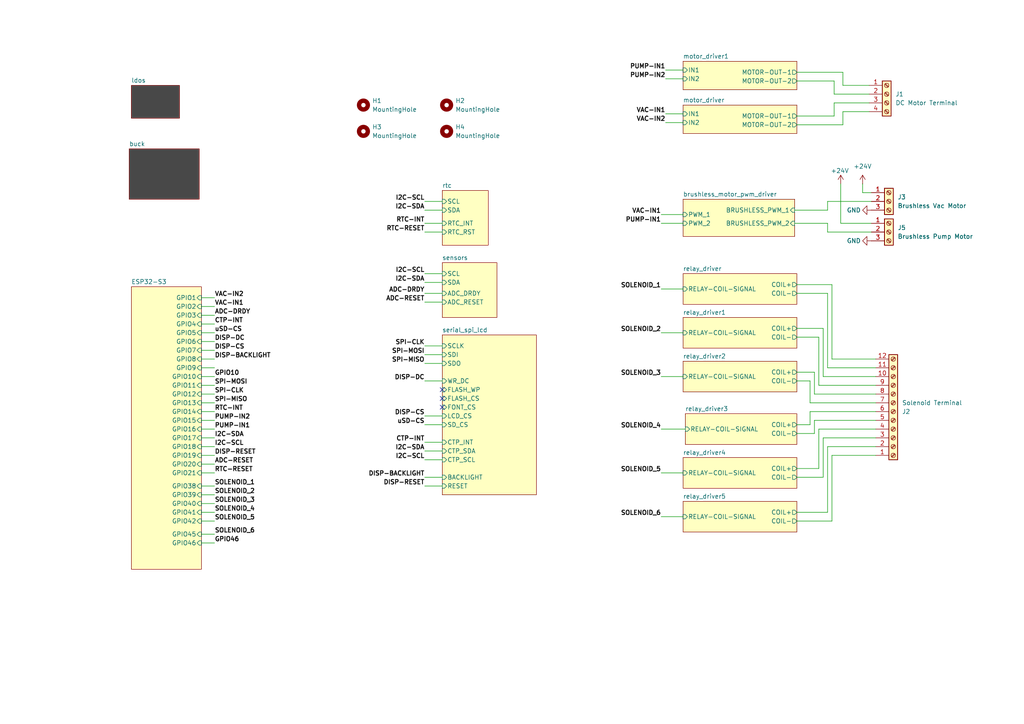
<source format=kicad_sch>
(kicad_sch (version 20250114) (generator "eeschema") (generator_version "9.0")
  (paper "A4")
  (lib_symbols
    (symbol "Connector:Screw_Terminal_01x03" (pin_names (offset 1.016) (hide yes))
      (property "Reference" "J" (at 0 5.08 0))
      (property "Value" "Screw_Terminal_01x03" (at 0 -5.08 0))
      (symbol "Screw_Terminal_01x03_1_1"
        (rectangle (start -1.27 3.81) (end 1.27 -3.81) (stroke (width 0.254)) (fill (type background)))
        (polyline (pts (xy -0.5334 2.8702) (xy 0.3302 2.032)) (stroke (width 0.1524)))
        (polyline (pts (xy -0.5334 0.3302) (xy 0.3302 -0.508)) (stroke (width 0.1524)))
        (polyline (pts (xy -0.5334 -2.2098) (xy 0.3302 -3.048)) (stroke (width 0.1524)))
        (polyline (pts (xy -0.3556 3.048) (xy 0.508 2.2098)) (stroke (width 0.1524)))
        (polyline (pts (xy -0.3556 0.508) (xy 0.508 -0.3302)) (stroke (width 0.1524)))
        (polyline (pts (xy -0.3556 -2.032) (xy 0.508 -2.8702)) (stroke (width 0.1524)))
        (circle (center 0 2.54) (radius 0.635) (stroke (width 0.1524)))
        (circle (center 0 0) (radius 0.635) (stroke (width 0.1524)))
        (circle (center 0 -2.54) (radius 0.635) (stroke (width 0.1524)))
        (pin passive line (at -5.08 2.54 0) (length 3.81) (name "Pin_1") (number "1"))
        (pin passive line (at -5.08 0 0) (length 3.81) (name "Pin_2") (number "2"))
        (pin passive line (at -5.08 -2.54 0) (length 3.81) (name "Pin_3") (number "3"))
      )
    )
    (symbol "Connector:Screw_Terminal_01x04" (pin_names (offset 1.016) (hide yes))
      (property "Reference" "J" (at 0 5.08 0))
      (property "Value" "Screw_Terminal_01x04" (at 0 -7.62 0))
      (symbol "Screw_Terminal_01x04_1_1"
        (rectangle (start -1.27 3.81) (end 1.27 -6.35) (stroke (width 0.254)) (fill (type background)))
        (polyline (pts (xy -0.5334 2.8702) (xy 0.3302 2.032)) (stroke (width 0.1524)))
        (polyline (pts (xy -0.5334 0.3302) (xy 0.3302 -0.508)) (stroke (width 0.1524)))
        (polyline (pts (xy -0.5334 -2.2098) (xy 0.3302 -3.048)) (stroke (width 0.1524)))
        (polyline (pts (xy -0.5334 -4.7498) (xy 0.3302 -5.588)) (stroke (width 0.1524)))
        (polyline (pts (xy -0.3556 3.048) (xy 0.508 2.2098)) (stroke (width 0.1524)))
        (polyline (pts (xy -0.3556 0.508) (xy 0.508 -0.3302)) (stroke (width 0.1524)))
        (polyline (pts (xy -0.3556 -2.032) (xy 0.508 -2.8702)) (stroke (width 0.1524)))
        (polyline (pts (xy -0.3556 -4.572) (xy 0.508 -5.4102)) (stroke (width 0.1524)))
        (circle (center 0 2.54) (radius 0.635) (stroke (width 0.1524)))
        (circle (center 0 0) (radius 0.635) (stroke (width 0.1524)))
        (circle (center 0 -2.54) (radius 0.635) (stroke (width 0.1524)))
        (circle (center 0 -5.08) (radius 0.635) (stroke (width 0.1524)))
        (pin passive line (at -5.08 2.54 0) (length 3.81) (name "Pin_1") (number "1"))
        (pin passive line (at -5.08 0 0) (length 3.81) (name "Pin_2") (number "2"))
        (pin passive line (at -5.08 -2.54 0) (length 3.81) (name "Pin_3") (number "3"))
        (pin passive line (at -5.08 -5.08 0) (length 3.81) (name "Pin_4") (number "4"))
      )
    )
    (symbol "Connector:Screw_Terminal_01x12" (pin_names (offset 1.016) (hide yes))
      (property "Reference" "J" (at 0 15.24 0))
      (property "Value" "Screw_Terminal_01x12" (at 0 -17.78 0))
      (symbol "Screw_Terminal_01x12_1_1"
        (rectangle (start -1.27 13.97) (end 1.27 -16.51) (stroke (width 0.254)) (fill (type background)))
        (polyline (pts (xy -0.5334 13.0302) (xy 0.3302 12.192)) (stroke (width 0.1524)))
        (polyline (pts (xy -0.5334 10.4902) (xy 0.3302 9.652)) (stroke (width 0.1524)))
        (polyline (pts (xy -0.5334 7.9502) (xy 0.3302 7.112)) (stroke (width 0.1524)))
        (polyline (pts (xy -0.5334 5.4102) (xy 0.3302 4.572)) (stroke (width 0.1524)))
        (polyline (pts (xy -0.5334 2.8702) (xy 0.3302 2.032)) (stroke (width 0.1524)))
        (polyline (pts (xy -0.5334 0.3302) (xy 0.3302 -0.508)) (stroke (width 0.1524)))
        (polyline (pts (xy -0.5334 -2.2098) (xy 0.3302 -3.048)) (stroke (width 0.1524)))
        (polyline (pts (xy -0.5334 -4.7498) (xy 0.3302 -5.588)) (stroke (width 0.1524)))
        (polyline (pts (xy -0.5334 -7.2898) (xy 0.3302 -8.128)) (stroke (width 0.1524)))
        (polyline (pts (xy -0.5334 -9.8298) (xy 0.3302 -10.668)) (stroke (width 0.1524)))
        (polyline (pts (xy -0.5334 -12.3698) (xy 0.3302 -13.208)) (stroke (width 0.1524)))
        (polyline (pts (xy -0.5334 -14.9098) (xy 0.3302 -15.748)) (stroke (width 0.1524)))
        (polyline (pts (xy -0.3556 13.208) (xy 0.508 12.3698)) (stroke (width 0.1524)))
        (polyline (pts (xy -0.3556 10.668) (xy 0.508 9.8298)) (stroke (width 0.1524)))
        (polyline (pts (xy -0.3556 8.128) (xy 0.508 7.2898)) (stroke (width 0.1524)))
        (polyline (pts (xy -0.3556 5.588) (xy 0.508 4.7498)) (stroke (width 0.1524)))
        (polyline (pts (xy -0.3556 3.048) (xy 0.508 2.2098)) (stroke (width 0.1524)))
        (polyline (pts (xy -0.3556 0.508) (xy 0.508 -0.3302)) (stroke (width 0.1524)))
        (polyline (pts (xy -0.3556 -2.032) (xy 0.508 -2.8702)) (stroke (width 0.1524)))
        (polyline (pts (xy -0.3556 -4.572) (xy 0.508 -5.4102)) (stroke (width 0.1524)))
        (polyline (pts (xy -0.3556 -7.112) (xy 0.508 -7.9502)) (stroke (width 0.1524)))
        (polyline (pts (xy -0.3556 -9.652) (xy 0.508 -10.4902)) (stroke (width 0.1524)))
        (polyline (pts (xy -0.3556 -12.192) (xy 0.508 -13.0302)) (stroke (width 0.1524)))
        (polyline (pts (xy -0.3556 -14.732) (xy 0.508 -15.5702)) (stroke (width 0.1524)))
        (circle (center 0 12.7) (radius 0.635) (stroke (width 0.1524)))
        (circle (center 0 10.16) (radius 0.635) (stroke (width 0.1524)))
        (circle (center 0 7.62) (radius 0.635) (stroke (width 0.1524)))
        (circle (center 0 5.08) (radius 0.635) (stroke (width 0.1524)))
        (circle (center 0 2.54) (radius 0.635) (stroke (width 0.1524)))
        (circle (center 0 0) (radius 0.635) (stroke (width 0.1524)))
        (circle (center 0 -2.54) (radius 0.635) (stroke (width 0.1524)))
        (circle (center 0 -5.08) (radius 0.635) (stroke (width 0.1524)))
        (circle (center 0 -7.62) (radius 0.635) (stroke (width 0.1524)))
        (circle (center 0 -10.16) (radius 0.635) (stroke (width 0.1524)))
        (circle (center 0 -12.7) (radius 0.635) (stroke (width 0.1524)))
        (circle (center 0 -15.24) (radius 0.635) (stroke (width 0.1524)))
        (pin passive line (at -5.08 12.7 0) (length 3.81) (name "Pin_1") (number "1"))
        (pin passive line (at -5.08 10.16 0) (length 3.81) (name "Pin_2") (number "2"))
        (pin passive line (at -5.08 7.62 0) (length 3.81) (name "Pin_3") (number "3"))
        (pin passive line (at -5.08 5.08 0) (length 3.81) (name "Pin_4") (number "4"))
        (pin passive line (at -5.08 2.54 0) (length 3.81) (name "Pin_5") (number "5"))
        (pin passive line (at -5.08 0 0) (length 3.81) (name "Pin_6") (number "6"))
        (pin passive line (at -5.08 -2.54 0) (length 3.81) (name "Pin_7") (number "7"))
        (pin passive line (at -5.08 -5.08 0) (length 3.81) (name "Pin_8") (number "8"))
        (pin passive line (at -5.08 -7.62 0) (length 3.81) (name "Pin_9") (number "9"))
        (pin passive line (at -5.08 -10.16 0) (length 3.81) (name "Pin_10") (number "10"))
        (pin passive line (at -5.08 -12.7 0) (length 3.81) (name "Pin_11") (number "11"))
        (pin passive line (at -5.08 -15.24 0) (length 3.81) (name "Pin_12") (number "12"))
      )
    )
    (symbol "Mechanical:MountingHole" (pin_names (offset 1.016)) (exclude_from_sim yes) (in_bom no)
      (property "Reference" "H" (at 0 5.08 0))
      (property "Value" "MountingHole" (at 0 3.175 0))
      (symbol "MountingHole_0_1"
        (circle (center 0 0) (radius 1.27) (stroke (width 1.27)))
      )
    )
    (symbol "power:+24V" (power) (pin_numbers (hide yes)) (pin_names (offset 0) (hide yes))
      (property "Value" "+24V" (at 0 3.556 0))
      (symbol "+24V_0_1"
        (polyline (pts (xy -0.762 1.27) (xy 0 2.54)))
        (polyline (pts (xy 0 2.54) (xy 0.762 1.27)))
        (polyline (pts (xy 0 0) (xy 0 2.54)))
      )
      (symbol "+24V_1_1"
        (pin power_in line (at 0 0 90) (length 0) (name "~") (number "1"))
      )
    )
    (symbol "power:GND" (power) (pin_numbers (hide yes)) (pin_names (offset 0) (hide yes))
      (property "Value" "GND" (at 0 -3.81 0))
      (symbol "GND_0_1"
        (polyline (pts (xy 0 0) (xy 0 -1.27) (xy 1.27 -1.27) (xy 0 -2.54) (xy -1.27 -1.27) (xy 0 -1.27)))
      )
      (symbol "GND_1_1"
        (pin power_in line (at 0 0 270) (length 0) (name "~") (number "1"))
      )
    )
  )
  (no_connect (at 128.27 118.11))
  (no_connect (at 128.27 115.57))
  (no_connect (at 128.27 113.03))
  (wire (pts (xy 58.42 114.3) (xy 62.23 114.3)))
  (wire (pts (xy 244.475 20.955) (xy 244.475 24.765)))
  (wire (pts (xy 252.73 67.31) (xy 240.03 67.31)))
  (wire (pts (xy 58.42 109.22) (xy 62.23 109.22)))
  (wire (pts (xy 58.42 119.38) (xy 62.23 119.38)))
  (wire (pts (xy 128.27 64.77) (xy 123.19 64.77)))
  (wire (pts (xy 250.19 53.34) (xy 250.19 55.88)))
  (wire (pts (xy 234.95 123.19) (xy 234.95 119.38)))
  (wire (pts (xy 237.49 135.89) (xy 237.49 124.46)))
  (wire (pts (xy 240.03 106.68) (xy 254 106.68)))
  (wire (pts (xy 244.475 32.385) (xy 244.475 36.195)))
  (wire (pts (xy 58.42 137.16) (xy 62.23 137.16)))
  (wire (pts (xy 252.095 32.385) (xy 244.475 32.385)))
  (wire (pts (xy 123.19 133.35) (xy 128.27 133.35)))
  (wire (pts (xy 128.27 60.96) (xy 123.19 60.96)))
  (wire (pts (xy 236.22 125.73) (xy 236.22 121.92)))
  (wire (pts (xy 231.14 148.59) (xy 240.03 148.59)))
  (wire (pts (xy 191.77 96.52) (xy 198.12 96.52)))
  (wire (pts (xy 240.03 148.59) (xy 240.03 129.54)))
  (wire (pts (xy 234.95 119.38) (xy 254 119.38)))
  (wire (pts (xy 128.27 58.42) (xy 123.19 58.42)))
  (wire (pts (xy 240.03 129.54) (xy 254 129.54)))
  (wire (pts (xy 198.12 20.32) (xy 193.04 20.32)))
  (wire (pts (xy 128.27 110.49) (xy 123.19 110.49)))
  (wire (pts (xy 244.475 36.195) (xy 231.14 36.195)))
  (wire (pts (xy 58.42 88.9) (xy 62.23 88.9)))
  (wire (pts (xy 191.77 83.82) (xy 198.12 83.82)))
  (wire (pts (xy 252.73 58.42) (xy 240.03 58.42)))
  (wire (pts (xy 236.22 114.3) (xy 254 114.3)))
  (wire (pts (xy 191.77 109.22) (xy 198.12 109.22)))
  (wire (pts (xy 243.84 64.77) (xy 252.73 64.77)))
  (wire (pts (xy 58.42 148.59) (xy 62.23 148.59)))
  (wire (pts (xy 241.935 23.495) (xy 231.14 23.495)))
  (wire (pts (xy 238.76 109.22) (xy 254 109.22)))
  (wire (pts (xy 128.27 81.915) (xy 123.19 81.915)))
  (wire (pts (xy 58.42 91.44) (xy 62.23 91.44)))
  (wire (pts (xy 123.19 128.27) (xy 128.27 128.27)))
  (wire (pts (xy 236.22 107.95) (xy 236.22 114.3)))
  (wire (pts (xy 243.84 53.34) (xy 243.84 64.77)))
  (wire (pts (xy 241.3 132.08) (xy 254 132.08)))
  (wire (pts (xy 123.19 123.19) (xy 128.27 123.19)))
  (wire (pts (xy 128.27 79.375) (xy 123.19 79.375)))
  (wire (pts (xy 58.42 157.48) (xy 62.23 157.48)))
  (wire (pts (xy 252.095 29.845) (xy 241.935 29.845)))
  (wire (pts (xy 58.42 96.52) (xy 62.23 96.52)))
  (wire (pts (xy 234.95 116.84) (xy 254 116.84)))
  (wire (pts (xy 241.3 82.55) (xy 241.3 104.14)))
  (wire (pts (xy 58.42 104.14) (xy 62.23 104.14)))
  (wire (pts (xy 240.03 60.96) (xy 230.505 60.96)))
  (wire (pts (xy 128.27 87.63) (xy 123.19 87.63)))
  (wire (pts (xy 241.935 27.305) (xy 241.935 23.495)))
  (wire (pts (xy 191.77 137.16) (xy 198.12 137.16)))
  (wire (pts (xy 236.22 121.92) (xy 254 121.92)))
  (wire (pts (xy 244.475 24.765) (xy 252.095 24.765)))
  (wire (pts (xy 240.03 58.42) (xy 240.03 60.96)))
  (wire (pts (xy 198.12 22.86) (xy 193.04 22.86)))
  (wire (pts (xy 198.12 33.02) (xy 193.04 33.02)))
  (wire (pts (xy 231.14 138.43) (xy 238.76 138.43)))
  (wire (pts (xy 237.49 97.79) (xy 237.49 111.76)))
  (wire (pts (xy 58.42 116.84) (xy 62.23 116.84)))
  (wire (pts (xy 191.77 149.86) (xy 198.12 149.86)))
  (wire (pts (xy 58.42 93.98) (xy 62.23 93.98)))
  (wire (pts (xy 191.77 124.46) (xy 198.755 124.46)))
  (wire (pts (xy 58.42 143.51) (xy 62.23 143.51)))
  (wire (pts (xy 58.42 154.94) (xy 62.23 154.94)))
  (wire (pts (xy 231.14 135.89) (xy 237.49 135.89)))
  (wire (pts (xy 198.12 35.56) (xy 193.04 35.56)))
  (wire (pts (xy 58.42 124.46) (xy 62.23 124.46)))
  (wire (pts (xy 58.42 132.08) (xy 62.23 132.08)))
  (wire (pts (xy 240.03 85.09) (xy 240.03 106.68)))
  (wire (pts (xy 231.14 110.49) (xy 234.95 110.49)))
  (wire (pts (xy 252.095 27.305) (xy 241.935 27.305)))
  (wire (pts (xy 123.19 140.97) (xy 128.27 140.97)))
  (wire (pts (xy 58.42 146.05) (xy 62.23 146.05)))
  (wire (pts (xy 231.14 85.09) (xy 240.03 85.09)))
  (wire (pts (xy 238.76 95.25) (xy 238.76 109.22)))
  (wire (pts (xy 58.42 127) (xy 62.23 127)))
  (wire (pts (xy 128.27 100.33) (xy 123.19 100.33)))
  (wire (pts (xy 231.14 20.955) (xy 244.475 20.955)))
  (wire (pts (xy 231.14 125.73) (xy 236.22 125.73)))
  (wire (pts (xy 241.935 33.655) (xy 231.14 33.655)))
  (wire (pts (xy 231.14 95.25) (xy 238.76 95.25)))
  (wire (pts (xy 58.42 140.97) (xy 62.23 140.97)))
  (wire (pts (xy 238.76 127) (xy 254 127)))
  (wire (pts (xy 231.14 123.19) (xy 234.95 123.19)))
  (wire (pts (xy 58.42 151.13) (xy 62.23 151.13)))
  (wire (pts (xy 231.14 97.79) (xy 237.49 97.79)))
  (wire (pts (xy 241.3 151.13) (xy 241.3 132.08)))
  (wire (pts (xy 128.27 102.87) (xy 123.19 102.87)))
  (wire (pts (xy 191.77 64.77) (xy 198.12 64.77)))
  (wire (pts (xy 128.27 85.09) (xy 123.19 85.09)))
  (wire (pts (xy 58.42 121.92) (xy 62.23 121.92)))
  (wire (pts (xy 128.27 105.41) (xy 123.19 105.41)))
  (wire (pts (xy 238.76 138.43) (xy 238.76 127)))
  (wire (pts (xy 128.27 120.65) (xy 123.19 120.65)))
  (wire (pts (xy 241.3 104.14) (xy 254 104.14)))
  (wire (pts (xy 58.42 99.06) (xy 62.23 99.06)))
  (wire (pts (xy 240.03 64.77) (xy 230.505 64.77)))
  (wire (pts (xy 234.95 110.49) (xy 234.95 116.84)))
  (wire (pts (xy 123.19 130.81) (xy 128.27 130.81)))
  (wire (pts (xy 231.14 82.55) (xy 241.3 82.55)))
  (wire (pts (xy 191.77 62.23) (xy 198.12 62.23)))
  (wire (pts (xy 241.935 29.845) (xy 241.935 33.655)))
  (wire (pts (xy 231.14 107.95) (xy 236.22 107.95)))
  (wire (pts (xy 58.42 101.6) (xy 62.23 101.6)))
  (wire (pts (xy 237.49 111.76) (xy 254 111.76)))
  (wire (pts (xy 58.42 134.62) (xy 62.23 134.62)))
  (wire (pts (xy 237.49 124.46) (xy 254 124.46)))
  (wire (pts (xy 231.14 151.13) (xy 241.3 151.13)))
  (wire (pts (xy 128.27 67.31) (xy 123.19 67.31)))
  (wire (pts (xy 240.03 67.31) (xy 240.03 64.77)))
  (wire (pts (xy 58.42 111.76) (xy 62.23 111.76)))
  (wire (pts (xy 58.42 106.68) (xy 62.23 106.68)))
  (wire (pts (xy 58.42 129.54) (xy 62.23 129.54)))
  (wire (pts (xy 250.19 55.88) (xy 252.73 55.88)))
  (wire (pts (xy 58.42 86.36) (xy 62.23 86.36)))
  (wire (pts (xy 123.19 138.43) (xy 128.27 138.43)))
  (label "I2C-SDA" (at 123.19 81.915 180) (effects (font (thickness 0.254) (bold yes))))
  (label "I2C-SDA" (at 123.19 130.81 180) (effects (font (thickness 0.254) (bold yes))))
  (label "RTC-RESET" (at 123.19 67.31 180) (effects (font (thickness 0.254) (bold yes))))
  (label "uSD-CS" (at 123.19 123.19 180) (effects (font (thickness 0.254) (bold yes))))
  (label "VAC-IN1" (at 191.77 62.23 180) (effects (font (thickness 0.254) (bold yes))))
  (label "DISP-RESET" (at 62.23 132.08 0) (effects (font (thickness 0.254) (bold yes))))
  (label "CTP-INT" (at 123.19 128.27 180) (effects (font (thickness 0.254) (bold yes))))
  (label "PUMP-IN2" (at 62.23 121.92 0) (effects (font (thickness 0.254) (bold yes))))
  (label "SOLENOID_4" (at 62.23 148.59 0) (effects (font (thickness 0.254) (bold yes))))
  (label "ADC-RESET" (at 123.19 87.63 180) (effects (font (thickness 0.254) (bold yes))))
  (label "CTP-INT" (at 62.23 93.98 0) (effects (font (thickness 0.254) (bold yes))))
  (label "DISP-DC" (at 62.23 99.06 0) (effects (font (thickness 0.254) (bold yes))))
  (label "RTC-INT" (at 123.19 64.77 180) (effects (font (thickness 0.254) (bold yes))))
  (label "DISP-DC" (at 123.19 110.49 180) (effects (font (thickness 0.254) (bold yes))))
  (label "RTC-RESET" (at 62.23 137.16 0) (effects (font (thickness 0.254) (bold yes))))
  (label "VAC-IN1" (at 193.04 33.02 180) (effects (font (thickness 0.254) (bold yes))))
  (label "SOLENOID_5" (at 62.23 151.13 0) (effects (font (thickness 0.254) (bold yes))))
  (label "PUMP-IN1" (at 193.04 20.32 180) (effects (font (thickness 0.254) (bold yes))))
  (label "SPI-MISO" (at 123.19 105.41 180) (effects (font (thickness 0.254) (bold yes))))
  (label "SOLENOID_3" (at 62.23 146.05 0) (effects (font (thickness 0.254) (bold yes))))
  (label "SPI-MOSI" (at 62.23 111.76 0) (effects (font (thickness 0.254) (bold yes))))
  (label "DISP-BACKLIGHT" (at 62.23 104.14 0) (effects (font (thickness 0.254) (bold yes))))
  (label "SOLENOID_2" (at 62.23 143.51 0) (effects (font (thickness 0.254) (bold yes))))
  (label "DISP-CS" (at 62.23 101.6 0) (effects (font (thickness 0.254) (bold yes))))
  (label "RTC-INT" (at 62.23 119.38 0) (effects (font (thickness 0.254) (bold yes))))
  (label "DISP-BACKLIGHT" (at 123.19 138.43 180) (effects (font (thickness 0.254) (bold yes))))
  (label "PUMP-IN2" (at 193.04 22.86 180) (effects (font (thickness 0.254) (bold yes))))
  (label "I2C-SDA" (at 123.19 60.96 180) (effects (font (thickness 0.254) (bold yes))))
  (label "VAC-IN2" (at 62.23 86.36 0) (effects (font (thickness 0.254) (bold yes))))
  (label "SOLENOID_1" (at 62.23 140.97 0) (effects (font (thickness 0.254) (bold yes))))
  (label "PUMP-IN1" (at 62.23 124.46 0) (effects (font (thickness 0.254) (bold yes))))
  (label "VAC-IN1" (at 62.23 88.9 0) (effects (font (thickness 0.254) (bold yes))))
  (label "SOLENOID_4" (at 191.77 124.46 180) (effects (font (thickness 0.254) (bold yes))))
  (label "PUMP-IN1" (at 191.77 64.77 180) (effects (font (thickness 0.254) (bold yes))))
  (label "SOLENOID_2" (at 191.77 96.52 180) (effects (font (thickness 0.254) (bold yes))))
  (label "I2C-SDA" (at 62.23 127 0) (effects (font (thickness 0.254) (bold yes))))
  (label "VAC-IN2" (at 193.04 35.56 180) (effects (font (thickness 0.254) (bold yes))))
  (label "ADC-DRDY" (at 62.23 91.44 0) (effects (font (thickness 0.254) (bold yes))))
  (label "I2C-SCL" (at 123.19 79.375 180) (effects (font (thickness 0.254) (bold yes))))
  (label "SOLENOID_3" (at 191.77 109.22 180) (effects (font (thickness 0.254) (bold yes))))
  (label "GPIO46" (at 62.23 157.48 0) (effects (font (thickness 0.254) (bold yes))))
  (label "SPI-MOSI" (at 123.19 102.87 180) (effects (font (thickness 0.254) (bold yes))))
  (label "SOLENOID_1" (at 191.77 83.82 180) (effects (font (thickness 0.254) (bold yes))))
  (label "ADC-RESET" (at 62.23 134.62 0) (effects (font (thickness 0.254) (bold yes))))
  (label "SOLENOID_6" (at 191.77 149.86 180) (effects (font (thickness 0.254) (bold yes))))
  (label "DISP-RESET" (at 123.19 140.97 180) (effects (font (thickness 0.254) (bold yes))))
  (label "SOLENOID_6" (at 62.23 154.94 0) (effects (font (thickness 0.254) (bold yes))))
  (label "SPI-MISO" (at 62.23 116.84 0) (effects (font (thickness 0.254) (bold yes))))
  (label "uSD-CS" (at 62.23 96.52 0) (effects (font (thickness 0.254) (bold yes))))
  (label "SPI-CLK" (at 62.23 114.3 0) (effects (font (thickness 0.254) (bold yes))))
  (label "SPI-CLK" (at 123.19 100.33 180) (effects (font (thickness 0.254) (bold yes))))
  (label "I2C-SCL" (at 123.19 58.42 180) (effects (font (thickness 0.254) (bold yes))))
  (label "ADC-DRDY" (at 123.19 85.09 180) (effects (font (thickness 0.254) (bold yes))))
  (label "I2C-SCL" (at 62.23 129.54 0) (effects (font (thickness 0.254) (bold yes))))
  (label "DISP-CS" (at 123.19 120.65 180) (effects (font (thickness 0.254) (bold yes))))
  (label "SOLENOID_5" (at 191.77 137.16 180) (effects (font (thickness 0.254) (bold yes))))
  (label "I2C-SCL" (at 123.19 133.35 180) (effects (font (thickness 0.254) (bold yes))))
  (label "GPIO10" (at 62.23 109.22 0) (effects (font (thickness 0.254) (bold yes))))
  (symbol (lib_id "power:GND") (at 252.73 69.85 270) (unit 1)
    (property "Reference" "#PWR092" (effects (hide yes)))
    (property "Value" "GND" (at 249.682 69.85 90) (effects (justify right)))
    (property "Description" "Power symbol creates a global label with name \"GND\" , ground" (effects (hide yes)))
  )
  (symbol (lib_id "Mechanical:MountingHole") (at 129.54 30.48 0) (unit 1) (exclude_from_sim yes) (in_bom no)
    (property "Reference" "H2" (at 132.08 29.2099 0) (effects (justify left)))
    (property "Value" "MountingHole" (at 132.08 31.7499 0) (effects (justify left)))
    (property "Footprint" "MountingHole:MountingHole_3.2mm_M3" (effects (hide yes)))
    (property "Description" "Mounting Hole without connection" (effects (hide yes)))
  )
  (symbol (lib_id "Mechanical:MountingHole") (at 105.41 38.1 0) (unit 1) (exclude_from_sim yes) (in_bom no)
    (property "Reference" "H3" (at 107.95 36.8299 0) (effects (justify left)))
    (property "Value" "MountingHole" (at 107.95 39.3699 0) (effects (justify left)))
    (property "Footprint" "MountingHole:MountingHole_3.2mm_M3" (effects (hide yes)))
    (property "Description" "Mounting Hole without connection" (effects (hide yes)))
  )
  (symbol (lib_id "Connector:Screw_Terminal_01x04") (at 257.175 27.305 0) (unit 1)
    (property "Reference" "J1" (at 259.715 27.3049 0) (effects (justify left)))
    (property "Value" "DC Motor Terminal" (at 259.715 29.8449 0) (effects (justify left)))
    (property "Footprint" "Vendor_Footprints:TE_1985218" (effects (hide yes)))
    (property "Description" "4 Position Wire to Board Terminal Block 45° (135°) Angle with Board 0.138\" (3.50mm) Through Hole" (effects (hide yes)))
    (property "MPN" "1985218" (effects (hide yes)))
    (property "Manufacturer" "Phoenix Contact" (effects (hide yes)))
    (property "DigiKey Link" "https://www.digikey.com/en/products/detail/phoenix-contact/1985218/568661" (effects (hide yes)))
  )
  (symbol (lib_id "power:+24V") (at 243.84 53.34 0) (unit 1)
    (property "Reference" "#PWR076" (effects (hide yes)))
    (property "Value" "+24V" (at 243.586 49.53 0))
    (property "Description" "Power symbol creates a global label with name \"+24V\"" (effects (hide yes)))
  )
  (symbol (lib_id "Mechanical:MountingHole") (at 105.41 30.48 0) (unit 1) (exclude_from_sim yes) (in_bom no)
    (property "Reference" "H1" (at 107.95 29.2099 0) (effects (justify left)))
    (property "Value" "MountingHole" (at 107.95 31.7499 0) (effects (justify left)))
    (property "Footprint" "MountingHole:MountingHole_3.2mm_M3" (effects (hide yes)))
    (property "Description" "Mounting Hole without connection" (effects (hide yes)))
  )
  (symbol (lib_id "power:GND") (at 252.73 60.96 270) (unit 1)
    (property "Reference" "#PWR091" (effects (hide yes)))
    (property "Value" "GND" (at 249.682 60.96 90) (effects (justify right)))
    (property "Description" "Power symbol creates a global label with name \"GND\" , ground" (effects (hide yes)))
  )
  (symbol (lib_id "Connector:Screw_Terminal_01x03") (at 257.81 67.31 0) (unit 1)
    (property "Reference" "J5" (at 260.35 66.0399 0) (effects (justify left)))
    (property "Value" "Brushless Pump Motor" (at 260.35 68.5799 0) (effects (justify left)))
    (property "Footprint" "Vendor_Footprints:TE_1985205" (effects (hide yes)))
    (property "Description" "Generic screw terminal, single row, 01x03, script generated (kicad-library-utils/schlib/autogen/connector/)" (effects (hide yes)))
    (property "MPN" "1985205" (effects (hide yes)))
    (property "Manufacturer" "Phoenix Contact" (effects (hide yes)))
    (property "DigiKey Link" "https://www.digikey.com/en/products/detail/phoenix-contact/1985205/568660?s=N4IgTCBcDaIIwE4AcBWMAGFIC6BfIA" (effects (hide yes)))
  )
  (symbol (lib_id "Connector:Screw_Terminal_01x03") (at 257.81 58.42 0) (unit 1)
    (property "Reference" "J3" (at 260.35 57.1499 0) (effects (justify left)))
    (property "Value" "Brushless Vac Motor" (at 260.35 59.6899 0) (effects (justify left)))
    (property "Footprint" "Vendor_Footprints:TE_1985205" (effects (hide yes)))
    (property "Description" "Generic screw terminal, single row, 01x03, script generated (kicad-library-utils/schlib/autogen/connector/)" (effects (hide yes)))
    (property "MPN" "1985205" (effects (hide yes)))
    (property "Manufacturer" "Phoenix Contact" (effects (hide yes)))
    (property "DigiKey Link" "https://www.digikey.com/en/products/detail/phoenix-contact/1985205/568660?s=N4IgTCBcDaIIwE4AcBWMAGFIC6BfIA" (effects (hide yes)))
  )
  (symbol (lib_id "Mechanical:MountingHole") (at 129.54 38.1 0) (unit 1) (exclude_from_sim yes) (in_bom no)
    (property "Reference" "H4" (at 132.08 36.8299 0) (effects (justify left)))
    (property "Value" "MountingHole" (at 132.08 39.3699 0) (effects (justify left)))
    (property "Footprint" "MountingHole:MountingHole_3.2mm_M3" (effects (hide yes)))
    (property "Description" "Mounting Hole without connection" (effects (hide yes)))
  )
  (symbol (lib_id "Connector:Screw_Terminal_01x12") (at 259.08 119.38 0) (mirror x) (unit 1)
    (property "Reference" "J2" (at 261.62 119.3801 0) (effects (justify left)))
    (property "Value" "Solenoid Terminal" (at 261.62 116.8401 0) (effects (justify left)))
    (property "Footprint" "Vendor_Footprints:PHX_16PIN_1985292" (effects (hide yes)))
    (property "Description" "12 Position Wire to Board Terminal Block 45° (135°) Angle with Board 0.138\" (3.50mm) Through Hole" (effects (hide yes)))
    (property "MPN" "1985292" (effects (hide yes)))
    (property "Manufacturer" "Phoenix Contact" (effects (hide yes)))
    (property "DigiKey Link" "https://www.digikey.com/en/products/detail/phoenix-contact/1985292/568669" (effects (hide yes)))
  )
  (symbol (lib_id "power:+24V") (at 250.19 53.34 0) (unit 1)
    (property "Reference" "#PWR075" (effects (hide yes)))
    (property "Value" "+24V" (at 250.19 48.26 0))
    (property "Description" "Power symbol creates a global label with name \"+24V\"" (effects (hide yes)))
  )
  (sheet (at 198.12 104.775) (size 33.02 8.89) (stroke (width 0.1524)) (fill (color 255 255 194 1.0000))
    (property "Sheetname" "relay_driver2" (at 198.12 104.0634 0) (effects (justify left bottom)))
    (property "Sheetfile" "relay_driver.kicad_sch" (effects (hide yes)))
    (pin "RELAY-COIL-SIGNAL" input (at 198.12 109.22 180))
    (pin "COIL+" output (at 231.14 107.95 0))
    (pin "COIL-" output (at 231.14 110.49 0))
  )
  (sheet (at 128.27 97.155) (size 27.305 46.355) (stroke (width 0.1524)) (fill (color 255 255 194 1.0000))
    (property "Sheetname" "serial_spi_lcd" (at 128.27 96.4434 0) (effects (justify left bottom)))
    (property "Sheetfile" "serial_spi_lcd.kicad_sch" (effects (hide yes)))
    (pin "SDO" input (at 128.27 105.41 180))
    (pin "SCLK" input (at 128.27 100.33 180))
    (pin "CTP_SCL" input (at 128.27 133.35 180))
    (pin "BACKLIGHT" input (at 128.27 138.43 180))
    (pin "LCD_CS" input (at 128.27 120.65 180))
    (pin "RESET" input (at 128.27 140.97 180))
    (pin "CTP_SDA" input (at 128.27 130.81 180))
    (pin "WR_DC" input (at 128.27 110.49 180))
    (pin "CTP_INT" input (at 128.27 128.27 180))
    (pin "FLASH_CS" input (at 128.27 115.57 180))
    (pin "FONT_CS" input (at 128.27 118.11 180))
    (pin "FLASH_WP" input (at 128.27 113.03 180))
    (pin "SD_CS" input (at 128.27 123.19 180))
    (pin "SDI" input (at 128.27 102.87 180))
  )
  (sheet (at 198.12 57.785) (size 32.385 10.795) (stroke (width 0.1524)) (fill (color 255 255 194 1.0000))
    (property "Sheetname" "brushless_motor_pwm_driver" (at 198.12 57.0734 0) (effects (justify left bottom)))
    (property "Sheetfile" "brushless_motor_pwm_driver.kicad_sch" (effects (hide yes)))
    (pin "PWM_1" input (at 198.12 62.23 180))
    (pin "PWM_2" input (at 198.12 64.77 180))
    (pin "BRUSHLESS_PWM_2" input (at 230.505 64.77 0))
    (pin "BRUSHLESS_PWM_1" input (at 230.505 60.96 0))
  )
  (sheet (at 198.12 145.415) (size 33.02 8.89) (stroke (width 0.1524)) (fill (color 255 255 194 1.0000))
    (property "Sheetname" "relay_driver5" (at 198.12 144.7034 0) (effects (justify left bottom)))
    (property "Sheetfile" "relay_driver.kicad_sch" (effects (hide yes)))
    (pin "RELAY-COIL-SIGNAL" input (at 198.12 149.86 180))
    (pin "COIL+" output (at 231.14 148.59 0))
    (pin "COIL-" output (at 231.14 151.13 0))
  )
  (sheet (at 198.12 92.075) (size 33.02 8.89) (stroke (width 0.1524)) (fill (color 255 255 194 1.0000))
    (property "Sheetname" "relay_driver1" (at 198.12 91.3634 0) (effects (justify left bottom)))
    (property "Sheetfile" "relay_driver.kicad_sch" (effects (hide yes)))
    (pin "RELAY-COIL-SIGNAL" input (at 198.12 96.52 180))
    (pin "COIL+" output (at 231.14 95.25 0))
    (pin "COIL-" output (at 231.14 97.79 0))
  )
  (sheet (at 128.27 76.2) (size 15.875 15.875) (stroke (width 0.1524)) (fill (color 255 255 194 1.0000))
    (property "Sheetname" "sensors" (at 128.27 75.4884 0) (effects (justify left bottom)))
    (property "Sheetfile" "sensors.kicad_sch" (effects (hide yes)))
    (pin "SCL" input (at 128.27 79.375 180))
    (pin "SDA" input (at 128.27 81.915 180))
    (pin "ADC_DRDY" input (at 128.27 85.09 180))
    (pin "ADC_RESET" input (at 128.27 87.63 180))
  )
  (sheet (at 38.1 83.185) (size 20.32 81.915) (stroke (width 0.1524)) (fill (color 255 255 194 1.0000))
    (property "Sheetname" "ESP32-S3" (at 38.1 82.4734 0) (effects (justify left bottom)))
    (property "Sheetfile" "esp32.kicad_sch" (effects (hide yes)))
    (pin "GPIO2" input (at 58.42 88.9 0))
    (pin "GPIO1" input (at 58.42 86.36 0))
    (pin "GPIO6" input (at 58.42 99.06 0))
    (pin "GPIO7" input (at 58.42 101.6 0))
    (pin "GPIO4" input (at 58.42 93.98 0))
    (pin "GPIO3" input (at 58.42 91.44 0))
    (pin "GPIO5" input (at 58.42 96.52 0))
    (pin "GPIO10" input (at 58.42 109.22 0))
    (pin "GPIO8" input (at 58.42 104.14 0))
    (pin "GPIO11" input (at 58.42 111.76 0))
    (pin "GPIO14" input (at 58.42 119.38 0))
    (pin "GPIO12" input (at 58.42 114.3 0))
    (pin "GPIO9" input (at 58.42 106.68 0))
    (pin "GPIO13" input (at 58.42 116.84 0))
    (pin "GPIO40" input (at 58.42 146.05 0))
    (pin "GPIO42" input (at 58.42 151.13 0))
    (pin "GPIO45" input (at 58.42 154.94 0))
    (pin "GPIO41" input (at 58.42 148.59 0))
    (pin "GPIO39" input (at 58.42 143.51 0))
    (pin "GPIO46" input (at 58.42 157.48 0))
    (pin "GPIO38" input (at 58.42 140.97 0))
    (pin "GPIO19" input (at 58.42 132.08 0))
    (pin "GPIO20" input (at 58.42 134.62 0))
    (pin "GPIO21" input (at 58.42 137.16 0))
    (pin "GPIO17" input (at 58.42 127 0))
    (pin "GPIO18" input (at 58.42 129.54 0))
    (pin "GPIO16" input (at 58.42 124.46 0))
    (pin "GPIO15" input (at 58.42 121.92 0))
  )
  (sheet (at 38.1 24.765) (size 13.97 9.525) (stroke (width 0.1524)) (fill (color 72 72 72 1.0000))
    (property "Sheetname" "ldos" (at 38.1 24.0534 0) (effects (justify left bottom)))
    (property "Sheetfile" "ldos.kicad_sch" (effects (hide yes)))
  )
  (sheet (at 198.755 120.015) (size 32.385 8.89) (stroke (width 0.1524)) (fill (color 255 255 194 1.0000))
    (property "Sheetname" "relay_driver3" (at 198.755 119.3034 0) (effects (justify left bottom)))
    (property "Sheetfile" "relay_driver.kicad_sch" (effects (hide yes)))
    (pin "RELAY-COIL-SIGNAL" input (at 198.755 124.46 180))
    (pin "COIL+" output (at 231.14 123.19 0))
    (pin "COIL-" output (at 231.14 125.73 0))
  )
  (sheet (at 37.465 43.18) (size 20.32 14.605) (stroke (width 0.1524)) (fill (color 72 72 72 1.0000))
    (property "Sheetname" "buck" (at 37.465 42.4684 0) (effects (justify left bottom)))
    (property "Sheetfile" "buck.kicad_sch" (effects (hide yes)))
  )
  (sheet (at 198.12 79.375) (size 33.02 8.89) (stroke (width 0.1524)) (fill (color 255 255 194 1.0000))
    (property "Sheetname" "relay_driver" (at 198.12 78.6634 0) (effects (justify left bottom)))
    (property "Sheetfile" "relay_driver.kicad_sch" (effects (hide yes)))
    (pin "RELAY-COIL-SIGNAL" input (at 198.12 83.82 180))
    (pin "COIL+" output (at 231.14 82.55 0))
    (pin "COIL-" output (at 231.14 85.09 0))
  )
  (sheet (at 198.12 30.48) (size 33.02 8.255) (stroke (width 0.1524)) (fill (color 255 255 194 1.0000))
    (property "Sheetname" "motor_driver" (at 198.12 29.7684 0) (effects (justify left bottom)))
    (property "Sheetfile" "motor_driver.kicad_sch" (effects (hide yes)))
    (pin "IN1" input (at 198.12 33.02 180))
    (pin "IN2" input (at 198.12 35.56 180))
    (pin "MOTOR-OUT-1" output (at 231.14 33.655 0))
    (pin "MOTOR-OUT-2" output (at 231.14 36.195 0))
  )
  (sheet (at 128.27 55.245) (size 13.335 15.875) (stroke (width 0.1524)) (fill (color 255 255 194 1.0000))
    (property "Sheetname" "rtc" (at 128.27 54.5334 0) (effects (justify left bottom)))
    (property "Sheetfile" "rtc.kicad_sch" (effects (hide yes)))
    (pin "SCL" input (at 128.27 58.42 180))
    (pin "SDA" input (at 128.27 60.96 180))
    (pin "RTC_INT" input (at 128.27 64.77 180))
    (pin "RTC_RST" input (at 128.27 67.31 180))
  )
  (sheet (at 198.12 17.78) (size 33.02 8.255) (stroke (width 0.1524)) (fill (color 255 255 194 1.0000))
    (property "Sheetname" "motor_driver1" (at 198.12 17.0684 0) (effects (justify left bottom)))
    (property "Sheetfile" "motor_driver.kicad_sch" (effects (hide yes)))
    (pin "IN1" input (at 198.12 20.32 180))
    (pin "IN2" input (at 198.12 22.86 180))
    (pin "MOTOR-OUT-1" output (at 231.14 20.955 0))
    (pin "MOTOR-OUT-2" output (at 231.14 23.495 0))
  )
  (sheet (at 198.12 132.715) (size 33.02 8.89) (stroke (width 0.1524)) (fill (color 255 255 194 1.0000))
    (property "Sheetname" "relay_driver4" (at 198.12 132.0034 0) (effects (justify left bottom)))
    (property "Sheetfile" "relay_driver.kicad_sch" (effects (hide yes)))
    (pin "RELAY-COIL-SIGNAL" input (at 198.12 137.16 180))
    (pin "COIL+" output (at 231.14 135.89 0))
    (pin "COIL-" output (at 231.14 138.43 0))
  )
)
</source>
